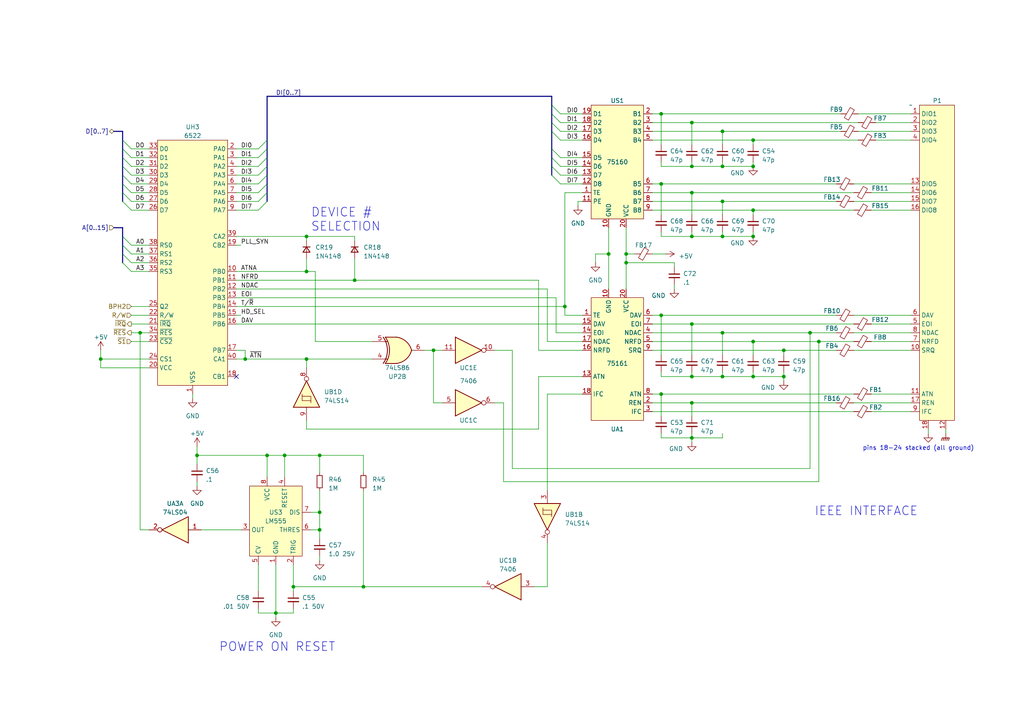
<source format=kicad_sch>
(kicad_sch (version 20230121) (generator eeschema)
  (paper "A4")
  (title_block (title "Device Selection / Power On Reset / IEEE Interface") (comment 1 "Schematic 203138") (comment 2 "PCB Assembly 2031040"))
  (lib_symbols
    (symbol "74xx:74LS04"
      (property "Reference" "U" (at 0 1.27 0))
      (property "Value" "74LS04" (at 0 -1.27 0))
      (symbol "74LS04_1_0"
        (pin input line (at -7.62 0 0) (length 3.81) (name "~") (number "1"))
        (pin output inverted (at 7.62 0 180) (length 3.81) (name "~") (number "2"))
      )
      (symbol "74LS04_2_0"
        (pin input line (at -7.62 0 0) (length 3.81) (name "~") (number "3"))
        (pin output inverted (at 7.62 0 180) (length 3.81) (name "~") (number "4"))
      )
      (symbol "74LS04_3_0"
        (pin input line (at -7.62 0 0) (length 3.81) (name "~") (number "5"))
        (pin output inverted (at 7.62 0 180) (length 3.81) (name "~") (number "6"))
      )
      (symbol "74LS04_4_0"
        (pin output inverted (at 7.62 0 180) (length 3.81) (name "~") (number "8"))
        (pin input line (at -7.62 0 0) (length 3.81) (name "~") (number "9"))
      )
      (symbol "74LS04_5_0"
        (pin output inverted (at 7.62 0 180) (length 3.81) (name "~") (number "10"))
        (pin input line (at -7.62 0 0) (length 3.81) (name "~") (number "11"))
      )
      (symbol "74LS04_6_0"
        (pin output inverted (at 7.62 0 180) (length 3.81) (name "~") (number "12"))
        (pin input line (at -7.62 0 0) (length 3.81) (name "~") (number "13"))
      )
      (symbol "74LS04_7_0"
        (pin power_in line (at 0 12.7 270) (length 5.08) (name "VCC") (number "14"))
        (pin power_in line (at 0 -12.7 90) (length 5.08) (name "GND") (number "7"))
      )
    )
    (symbol "74xx:74LS06" (pin_names (offset 1.016))
      (property "Reference" "U" (at 0 1.27 0))
      (property "Value" "74LS06" (at 0 -1.27 0))
      (symbol "74LS06_1_0"
        (pin input line (at -7.62 0 0) (length 3.81) (name "~") (number "1"))
        (pin open_collector inverted (at 7.62 0 180) (length 3.81) (name "~") (number "2"))
      )
      (symbol "74LS06_2_0"
        (pin input line (at -7.62 0 0) (length 3.81) (name "~") (number "3"))
        (pin open_collector inverted (at 7.62 0 180) (length 3.81) (name "~") (number "4"))
      )
      (symbol "74LS06_3_0"
        (pin input line (at -7.62 0 0) (length 3.81) (name "~") (number "5"))
        (pin open_collector inverted (at 7.62 0 180) (length 3.81) (name "~") (number "6"))
      )
      (symbol "74LS06_4_0"
        (pin open_collector inverted (at 7.62 0 180) (length 3.81) (name "~") (number "8"))
        (pin input line (at -7.62 0 0) (length 3.81) (name "~") (number "9"))
      )
      (symbol "74LS06_5_0"
        (pin open_collector inverted (at 7.62 0 180) (length 3.81) (name "~") (number "10"))
        (pin input line (at -7.62 0 0) (length 3.81) (name "~") (number "11"))
      )
      (symbol "74LS06_6_0"
        (pin open_collector inverted (at 7.62 0 180) (length 3.81) (name "~") (number "12"))
        (pin input line (at -7.62 0 0) (length 3.81) (name "~") (number "13"))
      )
      (symbol "74LS06_7_0"
        (pin power_in line (at 0 12.7 270) (length 5.08) (name "VCC") (number "14"))
        (pin power_in line (at 0 -12.7 90) (length 5.08) (name "GND") (number "7"))
      )
    )
    (symbol "74xx:74LS14" (pin_names (offset 1.016))
      (property "Reference" "U" (at 0 1.27 0))
      (property "Value" "74LS14" (at 0 -1.27 0))
      (symbol "74LS14_1_0"
        (pin input line (at -7.62 0 0) (length 3.81) (name "~") (number "1"))
        (pin output inverted (at 7.62 0 180) (length 3.81) (name "~") (number "2"))
      )
      (symbol "74LS14_2_0"
        (pin input line (at -7.62 0 0) (length 3.81) (name "~") (number "3"))
        (pin output inverted (at 7.62 0 180) (length 3.81) (name "~") (number "4"))
      )
      (symbol "74LS14_3_0"
        (pin input line (at -7.62 0 0) (length 3.81) (name "~") (number "5"))
        (pin output inverted (at 7.62 0 180) (length 3.81) (name "~") (number "6"))
      )
      (symbol "74LS14_4_0"
        (pin output inverted (at 7.62 0 180) (length 3.81) (name "~") (number "8"))
        (pin input line (at -7.62 0 0) (length 3.81) (name "~") (number "9"))
      )
      (symbol "74LS14_5_0"
        (pin output inverted (at 7.62 0 180) (length 3.81) (name "~") (number "10"))
        (pin input line (at -7.62 0 0) (length 3.81) (name "~") (number "11"))
      )
      (symbol "74LS14_6_0"
        (pin output inverted (at 7.62 0 180) (length 3.81) (name "~") (number "12"))
        (pin input line (at -7.62 0 0) (length 3.81) (name "~") (number "13"))
      )
      (symbol "74LS14_7_0"
        (pin power_in line (at 0 12.7 270) (length 5.08) (name "VCC") (number "14"))
        (pin power_in line (at 0 -12.7 90) (length 5.08) (name "GND") (number "7"))
      )
    )
    (symbol "74xx:74LS86" (pin_names (offset 1.016))
      (property "Reference" "U" (at 0 1.27 0))
      (property "Value" "74LS86" (at 0 -1.27 0))
      (symbol "74LS86_1_0"
        (pin input line (at -7.62 2.54 0) (length 4.445) (name "~") (number "1"))
        (pin input line (at -7.62 -2.54 0) (length 4.445) (name "~") (number "2"))
        (pin output line (at 7.62 0 180) (length 3.81) (name "~") (number "3"))
      )
      (symbol "74LS86_2_0"
        (pin input line (at -7.62 2.54 0) (length 4.445) (name "~") (number "4"))
        (pin input line (at -7.62 -2.54 0) (length 4.445) (name "~") (number "5"))
        (pin output line (at 7.62 0 180) (length 3.81) (name "~") (number "6"))
      )
      (symbol "74LS86_3_0"
        (pin input line (at -7.62 -2.54 0) (length 4.445) (name "~") (number "10"))
        (pin output line (at 7.62 0 180) (length 3.81) (name "~") (number "8"))
        (pin input line (at -7.62 2.54 0) (length 4.445) (name "~") (number "9"))
      )
      (symbol "74LS86_4_0"
        (pin output line (at 7.62 0 180) (length 3.81) (name "~") (number "11"))
        (pin input line (at -7.62 2.54 0) (length 4.445) (name "~") (number "12"))
        (pin input line (at -7.62 -2.54 0) (length 4.445) (name "~") (number "13"))
      )
      (symbol "74LS86_5_0"
        (pin power_in line (at 0 12.7 270) (length 5.08) (name "VCC") (number "14"))
        (pin power_in line (at 0 -12.7 90) (length 5.08) (name "GND") (number "7"))
      )
    )
    (symbol "Commodore-2031:6522"
      (property "Reference" "UH3" (at 0 36.83 0))
      (property "Value" "~" (at 0 20.32 0))
      (symbol "6522_1_1"
        (pin power_in line (at 0 -38.1 90) (length 2.54) (name "VSS") (number "1"))
        (pin bidirectional line (at 12.7 -2.54 180) (length 2.54) (name "PB0") (number "10"))
        (pin bidirectional line (at 12.7 -5.08 180) (length 2.54) (name "PB1") (number "11"))
        (pin bidirectional line (at 12.7 -7.62 180) (length 2.54) (name "PB2") (number "12"))
        (pin bidirectional line (at 12.7 -10.16 180) (length 2.54) (name "PB3") (number "13"))
        (pin bidirectional line (at 12.7 -12.7 180) (length 2.54) (name "PB4") (number "14"))
        (pin bidirectional line (at 12.7 -15.24 180) (length 2.54) (name "PB5") (number "15"))
        (pin bidirectional line (at 12.7 -17.78 180) (length 2.54) (name "PB6") (number "16"))
        (pin bidirectional line (at 12.7 -25.4 180) (length 2.54) (name "PB7") (number "17"))
        (pin bidirectional line (at 12.7 -33.02 180) (length 2.54) (name "CB1") (number "18"))
        (pin bidirectional line (at 12.7 5.08 180) (length 2.54) (name "CB2") (number "19"))
        (pin bidirectional line (at 12.7 33.02 180) (length 2.54) (name "PA0") (number "2"))
        (pin power_in line (at -12.7 -30.48 0) (length 2.54) (name "VCC") (number "20"))
        (pin open_collector line (at -12.7 -17.78 0) (length 2.54) (name "~{IRQ}") (number "21"))
        (pin input line (at -12.7 -15.24 0) (length 2.54) (name "R/W") (number "22"))
        (pin input line (at -12.7 -22.86 0) (length 2.54) (name "~{CS2}") (number "23"))
        (pin input line (at -12.7 -27.94 0) (length 2.54) (name "CS1") (number "24"))
        (pin input line (at -12.7 -12.7 0) (length 2.54) (name "Q2") (number "25"))
        (pin tri_state line (at -12.7 15.24 0) (length 2.54) (name "D7") (number "26"))
        (pin tri_state line (at -12.7 17.78 0) (length 2.54) (name "D6") (number "27"))
        (pin tri_state line (at -12.7 20.32 0) (length 2.54) (name "D5") (number "28"))
        (pin tri_state line (at -12.7 22.86 0) (length 2.54) (name "D4") (number "29"))
        (pin bidirectional line (at 12.7 30.48 180) (length 2.54) (name "PA1") (number "3"))
        (pin tri_state line (at -12.7 25.4 0) (length 2.54) (name "D3") (number "30"))
        (pin tri_state line (at -12.7 27.94 0) (length 2.54) (name "D2") (number "31"))
        (pin tri_state line (at -12.7 30.48 0) (length 2.54) (name "D1") (number "32"))
        (pin tri_state line (at -12.7 33.02 0) (length 2.54) (name "D0") (number "33"))
        (pin input line (at -12.7 -20.32 0) (length 2.54) (name "~{RES}") (number "34"))
        (pin input line (at -12.7 -2.54 0) (length 2.54) (name "RS3") (number "35"))
        (pin input line (at -12.7 0 0) (length 2.54) (name "RS2") (number "36"))
        (pin input line (at -12.7 2.54 0) (length 2.54) (name "RS1") (number "37"))
        (pin input line (at -12.7 5.08 0) (length 2.54) (name "RS0") (number "38"))
        (pin bidirectional line (at 12.7 7.62 180) (length 2.54) (name "CA2") (number "39"))
        (pin bidirectional line (at 12.7 27.94 180) (length 2.54) (name "PA2") (number "4"))
        (pin bidirectional line (at 12.7 -27.94 180) (length 2.54) (name "CA1") (number "40"))
        (pin bidirectional line (at 12.7 25.4 180) (length 2.54) (name "PA3") (number "5"))
        (pin bidirectional line (at 12.7 22.86 180) (length 2.54) (name "PA4") (number "6"))
        (pin bidirectional line (at 12.7 20.32 180) (length 2.54) (name "PA5") (number "7"))
        (pin bidirectional line (at 12.7 17.78 180) (length 2.54) (name "PA6") (number "8"))
        (pin bidirectional line (at 12.7 15.24 180) (length 2.54) (name "PA7") (number "9"))
      )
    )
    (symbol "Commodore-2031:75160"
      (property "Reference" "U" (at 0 17.78 0))
      (symbol "75160_1_1"
        (pin input line (at -10.16 -10.16 0) (length 2.54) (name "TE") (number "1"))
        (pin power_in line (at -2.54 -20.32 90) (length 2.54) (name "GND") (number "10"))
        (pin input line (at -10.16 -12.7 0) (length 2.54) (name "PE") (number "11"))
        (pin tri_state line (at -10.16 -7.62 0) (length 2.54) (name "D8") (number "12"))
        (pin tri_state line (at -10.16 -5.08 0) (length 2.54) (name "D7") (number "13"))
        (pin tri_state line (at -10.16 -2.54 0) (length 2.54) (name "D6") (number "14"))
        (pin tri_state line (at -10.16 0 0) (length 2.54) (name "D5") (number "15"))
        (pin tri_state line (at -10.16 5.08 0) (length 2.54) (name "D4") (number "16"))
        (pin tri_state line (at -10.16 7.62 0) (length 2.54) (name "D3") (number "17"))
        (pin tri_state line (at -10.16 10.16 0) (length 2.54) (name "D2") (number "18"))
        (pin tri_state line (at -10.16 12.7 0) (length 2.54) (name "D1") (number "19"))
        (pin tri_state line (at 10.16 12.7 180) (length 2.54) (name "B1") (number "2"))
        (pin power_in line (at 2.54 -20.32 90) (length 2.54) (name "VCC") (number "20"))
        (pin tri_state line (at 10.16 10.16 180) (length 2.54) (name "B2") (number "3"))
        (pin tri_state line (at 10.16 7.62 180) (length 2.54) (name "B3") (number "4"))
        (pin tri_state line (at 10.16 5.08 180) (length 2.54) (name "B4") (number "5"))
        (pin tri_state line (at 10.16 -7.62 180) (length 2.54) (name "B5") (number "6"))
        (pin tri_state line (at 10.16 -10.16 180) (length 2.54) (name "B6") (number "7"))
        (pin tri_state line (at 10.16 -12.7 180) (length 2.54) (name "B7") (number "8"))
        (pin tri_state line (at 10.16 -15.24 180) (length 2.54) (name "B8") (number "9"))
      )
    )
    (symbol "Commodore-2031:75161"
      (property "Reference" "U" (at 0 12.7 0))
      (property "Value" "75161" (at 0 12.7 0))
      (symbol "75161_1_1"
        (pin input line (at -10.16 12.7 0) (length 2.54) (name "TE") (number "1"))
        (pin power_in line (at -2.54 20.32 270) (length 2.54) (name "GND") (number "10"))
        (pin bidirectional line (at -10.16 -5.08 0) (length 2.54) (name "ATN") (number "13"))
        (pin bidirectional line (at -10.16 7.62 0) (length 2.54) (name "EOI") (number "14"))
        (pin bidirectional line (at -10.16 10.16 0) (length 2.54) (name "DAV") (number "15"))
        (pin bidirectional line (at -10.16 2.54 0) (length 2.54) (name "NRFD") (number "16"))
        (pin bidirectional line (at -10.16 5.08 0) (length 2.54) (name "NDAC") (number "17"))
        (pin bidirectional line (at -10.16 -10.16 0) (length 2.54) (name "IFC") (number "18"))
        (pin bidirectional line (at 10.16 -12.7 180) (length 2.54) (name "REN") (number "2"))
        (pin power_in line (at 2.54 20.32 270) (length 2.54) (name "VCC") (number "20"))
        (pin bidirectional line (at 10.16 -15.24 180) (length 2.54) (name "IFC") (number "3"))
        (pin bidirectional line (at 10.16 7.62 180) (length 2.54) (name "NDAC") (number "4"))
        (pin bidirectional line (at 10.16 5.08 180) (length 2.54) (name "NRFD") (number "5"))
        (pin bidirectional line (at 10.16 12.7 180) (length 2.54) (name "DAV") (number "6"))
        (pin bidirectional line (at 10.16 10.16 180) (length 2.54) (name "EOI") (number "7"))
        (pin bidirectional line (at 10.16 -10.16 180) (length 2.54) (name "ATN") (number "8"))
        (pin bidirectional line (at 10.16 2.54 180) (length 2.54) (name "SRQ") (number "9"))
      )
    )
    (symbol "Commodore-2031:Connector_IEEE"
      (property "Reference" "P" (at 0 0 0))
      (symbol "Connector_IEEE_1_1"
        (pin passive line (at 0 -2.54 0) (length 2.54) (name "DIO1") (number "1"))
        (pin passive line (at 0 -71.12 0) (length 2.54) (name "SRQ") (number "10"))
        (pin passive line (at 0 -83.82 0) (length 2.54) (name "ATN") (number "11"))
        (pin passive line (at 10.16 -93.98 90) (length 2.54) (name "") (number "12"))
        (pin passive line (at 0 -22.86 0) (length 2.54) (name "DIO5") (number "13"))
        (pin passive line (at 0 -25.4 0) (length 2.54) (name "DIO6") (number "14"))
        (pin passive line (at 0 -27.94 0) (length 2.54) (name "DIO7") (number "15"))
        (pin passive line (at 0 -30.48 0) (length 2.54) (name "DIO8") (number "16"))
        (pin passive line (at 0 -86.36 0) (length 2.54) (name "REN") (number "17"))
        (pin passive line (at 5.08 -93.98 90) (length 2.54) (name "") (number "18"))
        (pin passive line (at 5.08 -93.98 90) (length 2.54) hide (name "") (number "19"))
        (pin passive line (at 0 -5.08 0) (length 2.54) (name "DIO2") (number "2"))
        (pin passive line (at 5.08 -93.98 90) (length 2.54) hide (name "") (number "20"))
        (pin passive line (at 5.08 -93.98 90) (length 2.54) hide (name "") (number "21"))
        (pin passive line (at 5.08 -93.98 90) (length 2.54) hide (name "") (number "23"))
        (pin passive line (at 5.08 -93.98 90) (length 2.54) hide (name "") (number "24"))
        (pin passive line (at 0 -7.62 0) (length 2.54) (name "DIO3") (number "3"))
        (pin passive line (at 0 -10.16 0) (length 2.54) (name "DIO4") (number "4"))
        (pin passive line (at 0 -63.5 0) (length 2.54) (name "EOI") (number "5"))
        (pin passive line (at 0 -60.96 0) (length 2.54) (name "DAV") (number "6"))
        (pin passive line (at 0 -68.58 0) (length 2.54) (name "NRFD") (number "7"))
        (pin passive line (at 0 -66.04 0) (length 2.54) (name "NDAC") (number "8"))
        (pin passive line (at 0 -88.9 0) (length 2.54) (name "IFC") (number "9"))
      )
    )
    (symbol "Commodore-2031:LM555"
      (property "Reference" "U" (at 0 2.54 0))
      (property "Value" "LM555" (at 0 0 0))
      (symbol "LM555_1_1"
        (pin power_in line (at 0 -12.7 90) (length 2.54) (name "GND") (number "1"))
        (pin passive line (at 5.08 -12.7 90) (length 2.54) (name "TRIG") (number "2"))
        (pin output line (at -10.16 -2.54 0) (length 2.54) (name "OUT") (number "3"))
        (pin input line (at 2.54 12.7 270) (length 2.54) (name "RESET") (number "4"))
        (pin passive line (at -5.08 -12.7 90) (length 2.54) (name "CV") (number "5"))
        (pin input line (at 10.16 -2.54 180) (length 2.54) (name "THRES") (number "6"))
        (pin open_collector line (at 10.16 2.54 180) (length 2.54) (name "DIS") (number "7"))
        (pin power_in line (at -2.54 12.7 270) (length 2.54) (name "VCC") (number "8"))
      )
    )
    (symbol "Device:C_Small" (pin_numbers hide) (pin_names (offset 0.254) hide)
      (property "Reference" "C" (at 0.254 1.778 0))
      (property "Value" "C_Small" (at 0.254 -2.032 0))
      (symbol "C_Small_1_1"
        (pin passive line (at 0 2.54 270) (length 2.032) (name "~") (number "1"))
        (pin passive line (at 0 -2.54 90) (length 2.032) (name "~") (number "2"))
      )
    )
    (symbol "Device:D_Small" (pin_numbers hide) (pin_names (offset 0.254) hide)
      (property "Reference" "D" (at -1.27 2.032 0))
      (property "Value" "D_Small" (at -3.81 -2.032 0))
      (symbol "D_Small_1_1"
        (pin passive line (at -2.54 0 0) (length 1.778) (name "K") (number "1"))
        (pin passive line (at 2.54 0 180) (length 1.778) (name "A") (number "2"))
      )
    )
    (symbol "Device:FerriteBead_Small" (pin_numbers hide) (pin_names (offset 0))
      (property "Reference" "FB" (at 1.905 1.27 0))
      (property "Value" "FerriteBead_Small" (at 1.905 -1.27 0))
      (symbol "FerriteBead_Small_1_1"
        (pin passive line (at 0 2.54 270) (length 1.27) (name "~") (number "1"))
        (pin passive line (at 0 -2.54 90) (length 1.27) (name "~") (number "2"))
      )
    )
    (symbol "Device:R_Small" (pin_numbers hide) (pin_names (offset 0.254) hide)
      (property "Reference" "R" (at 0.762 0.508 0))
      (property "Value" "R_Small" (at 0.762 -1.016 0))
      (symbol "R_Small_1_1"
        (pin passive line (at 0 2.54 270) (length 0.762) (name "~") (number "1"))
        (pin passive line (at 0 -2.54 90) (length 0.762) (name "~") (number "2"))
      )
    )
    (symbol "power:+5V" (power) (pin_names (offset 0))
      (property "Value" "+5V" (at 0 3.556 0))
      (symbol "+5V_1_1"
        (pin power_in line (at 0 0 90) (length 0) hide (name "+5V") (number "1"))
      )
    )
    (symbol "power:GND" (power) (pin_names (offset 0))
      (property "Value" "GND" (at 0 -3.81 0))
      (symbol "GND_1_1"
        (pin power_in line (at 0 0 270) (length 0) hide (name "GND") (number "1"))
      )
    )
    (symbol "power:GNDPWR" (power) (pin_names (offset 0))
      (property "Value" "GNDPWR" (at 0 -3.302 0))
      (symbol "GNDPWR_1_1"
        (pin power_in line (at 0 0 270) (length 0) hide (name "GNDPWR") (number "1"))
      )
    )
  )
  (junction (at 40.64 96.52))
  (junction (at 200.66 109.22))
  (junction (at 218.44 109.22))
  (junction (at 92.71 148.59))
  (junction (at 200.66 116.84))
  (junction (at 237.49 99.06))
  (junction (at 218.44 99.06))
  (junction (at 181.61 73.66))
  (junction (at 200.66 68.58))
  (junction (at 191.77 33.02))
  (junction (at 85.09 170.18))
  (junction (at 102.87 81.28))
  (junction (at 105.41 170.18))
  (junction (at 29.21 104.14))
  (junction (at 209.55 58.42))
  (junction (at 227.33 109.22))
  (junction (at 88.9 68.58))
  (junction (at 209.55 96.52))
  (junction (at 200.66 127))
  (junction (at 227.33 101.6))
  (junction (at 176.53 73.66))
  (junction (at 71.12 104.14))
  (junction (at 218.44 60.96))
  (junction (at 234.95 96.52))
  (junction (at 209.55 68.58))
  (junction (at 163.83 88.9))
  (junction (at 200.66 35.56))
  (junction (at 181.61 76.2))
  (junction (at 57.15 132.08))
  (junction (at 80.01 177.8))
  (junction (at 200.66 93.98))
  (junction (at 218.44 40.64))
  (junction (at 191.77 53.34))
  (junction (at 88.9 104.14))
  (junction (at 191.77 114.3))
  (junction (at 200.66 48.26))
  (junction (at 200.66 55.88))
  (junction (at 92.71 153.67))
  (junction (at 218.44 48.26))
  (junction (at 125.73 101.6))
  (junction (at 209.55 48.26))
  (junction (at 209.55 109.22))
  (junction (at 92.71 132.08))
  (junction (at 218.44 68.58))
  (junction (at 191.77 91.44))
  (junction (at 77.47 132.08))
  (junction (at 209.55 38.1))
  (junction (at 88.9 78.74))
  (junction (at 82.55 132.08))
  (no_connect (at 68.58 109.22))
  (bus_entry (at 74.93 53.34) (size 2.54 -2.54))
  (bus_entry (at 35.56 58.42) (size 2.54 2.54))
  (bus_entry (at 74.93 55.88) (size 2.54 -2.54))
  (bus_entry (at 162.56 33.02) (size -2.54 -2.54))
  (bus_entry (at 35.56 73.66) (size 2.54 2.54))
  (bus_entry (at 74.93 43.18) (size 2.54 -2.54))
  (bus_entry (at 162.56 35.56) (size -2.54 -2.54))
  (bus_entry (at 74.93 45.72) (size 2.54 -2.54))
  (bus_entry (at 162.56 45.72) (size -2.54 -2.54))
  (bus_entry (at 162.56 48.26) (size -2.54 -2.54))
  (bus_entry (at 35.56 71.12) (size 2.54 2.54))
  (bus_entry (at 74.93 60.96) (size 2.54 -2.54))
  (bus_entry (at 162.56 38.1) (size -2.54 -2.54))
  (bus_entry (at 162.56 40.64) (size -2.54 -2.54))
  (bus_entry (at 35.56 43.18) (size 2.54 2.54))
  (bus_entry (at 74.93 48.26) (size 2.54 -2.54))
  (bus_entry (at 162.56 50.8) (size -2.54 -2.54))
  (bus_entry (at 35.56 40.64) (size 2.54 2.54))
  (bus_entry (at 162.56 53.34) (size -2.54 -2.54))
  (bus_entry (at 35.56 55.88) (size 2.54 2.54))
  (bus_entry (at 35.56 45.72) (size 2.54 2.54))
  (bus_entry (at 35.56 68.58) (size 2.54 2.54))
  (bus_entry (at 35.56 50.8) (size 2.54 2.54))
  (bus_entry (at 35.56 53.34) (size 2.54 2.54))
  (bus_entry (at 35.56 76.2) (size 2.54 2.54))
  (bus_entry (at 35.56 48.26) (size 2.54 2.54))
  (bus_entry (at 74.93 50.8) (size 2.54 -2.54))
  (bus_entry (at 74.93 58.42) (size 2.54 -2.54))
  (wire (pts (xy 191.77 127) (xy 200.66 127)))
  (wire (pts (xy 218.44 40.64) (xy 218.44 41.91)))
  (wire (pts (xy 189.23 60.96) (xy 218.44 60.96)))
  (wire (pts (xy 189.23 93.98) (xy 200.66 93.98)))
  (wire (pts (xy 38.1 73.66) (xy 43.18 73.66)))
  (wire (pts (xy 195.58 82.55) (xy 195.58 83.82)))
  (wire (pts (xy 146.05 139.7) (xy 146.05 116.84)))
  (bus (pts (xy 77.47 55.88) (xy 77.47 53.34)))
  (wire (pts (xy 156.21 124.46) (xy 156.21 109.22)))
  (wire (pts (xy 200.66 67.31) (xy 200.66 68.58)))
  (wire (pts (xy 191.77 107.95) (xy 191.77 109.22)))
  (wire (pts (xy 191.77 68.58) (xy 200.66 68.58)))
  (bus (pts (xy 77.47 45.72) (xy 77.47 43.18)))
  (wire (pts (xy 189.23 33.02) (xy 191.77 33.02)))
  (wire (pts (xy 74.93 163.83) (xy 74.93 171.45)))
  (wire (pts (xy 247.65 116.84) (xy 264.16 116.84)))
  (wire (pts (xy 274.32 124.46) (xy 274.32 125.73)))
  (wire (pts (xy 80.01 163.83) (xy 80.01 177.8)))
  (wire (pts (xy 191.77 125.73) (xy 191.77 127)))
  (wire (pts (xy 102.87 81.28) (xy 102.87 74.93)))
  (wire (pts (xy 158.75 157.48) (xy 158.75 170.18)))
  (wire (pts (xy 123.19 101.6) (xy 125.73 101.6)))
  (wire (pts (xy 92.71 153.67) (xy 92.71 156.21)))
  (wire (pts (xy 191.77 91.44) (xy 242.57 91.44)))
  (wire (pts (xy 252.73 55.88) (xy 264.16 55.88)))
  (wire (pts (xy 68.58 43.18) (xy 74.93 43.18)))
  (wire (pts (xy 252.73 114.3) (xy 264.16 114.3)))
  (wire (pts (xy 125.73 101.6) (xy 128.27 101.6)))
  (wire (pts (xy 189.23 91.44) (xy 191.77 91.44)))
  (wire (pts (xy 168.91 40.64) (xy 162.56 40.64)))
  (wire (pts (xy 88.9 78.74) (xy 88.9 74.93)))
  (wire (pts (xy 68.58 53.34) (xy 74.93 53.34)))
  (wire (pts (xy 158.75 170.18) (xy 154.94 170.18)))
  (wire (pts (xy 29.21 104.14) (xy 43.18 104.14)))
  (wire (pts (xy 163.83 88.9) (xy 163.83 91.44)))
  (wire (pts (xy 29.21 101.6) (xy 29.21 104.14)))
  (wire (pts (xy 167.64 58.42) (xy 167.64 59.69)))
  (wire (pts (xy 200.66 93.98) (xy 200.66 102.87)))
  (wire (pts (xy 168.91 114.3) (xy 158.75 114.3)))
  (wire (pts (xy 209.55 107.95) (xy 209.55 109.22)))
  (bus (pts (xy 33.02 38.1) (xy 35.56 38.1)))
  (wire (pts (xy 168.91 33.02) (xy 162.56 33.02)))
  (wire (pts (xy 71.12 101.6) (xy 71.12 104.14)))
  (wire (pts (xy 58.42 153.67) (xy 69.85 153.67)))
  (wire (pts (xy 168.91 50.8) (xy 162.56 50.8)))
  (wire (pts (xy 209.55 38.1) (xy 243.84 38.1)))
  (wire (pts (xy 248.92 38.1) (xy 264.16 38.1)))
  (wire (pts (xy 200.66 35.56) (xy 200.66 41.91)))
  (wire (pts (xy 38.1 55.88) (xy 43.18 55.88)))
  (wire (pts (xy 68.58 81.28) (xy 102.87 81.28)))
  (wire (pts (xy 189.23 99.06) (xy 218.44 99.06)))
  (bus (pts (xy 77.47 43.18) (xy 77.47 40.64)))
  (wire (pts (xy 68.58 101.6) (xy 71.12 101.6)))
  (wire (pts (xy 168.91 99.06) (xy 158.75 99.06)))
  (bus (pts (xy 35.56 50.8) (xy 35.56 48.26)))
  (wire (pts (xy 68.58 45.72) (xy 74.93 45.72)))
  (wire (pts (xy 200.66 55.88) (xy 200.66 62.23)))
  (wire (pts (xy 209.55 96.52) (xy 234.95 96.52)))
  (wire (pts (xy 77.47 132.08) (xy 57.15 132.08)))
  (wire (pts (xy 191.77 67.31) (xy 191.77 68.58)))
  (wire (pts (xy 200.66 68.58) (xy 209.55 68.58)))
  (wire (pts (xy 234.95 135.89) (xy 148.59 135.89)))
  (wire (pts (xy 209.55 58.42) (xy 209.55 62.23)))
  (wire (pts (xy 80.01 177.8) (xy 80.01 179.07)))
  (bus (pts (xy 35.56 43.18) (xy 35.56 40.64)))
  (wire (pts (xy 163.83 55.88) (xy 168.91 55.88)))
  (wire (pts (xy 209.55 46.99) (xy 209.55 48.26)))
  (wire (pts (xy 163.83 91.44) (xy 168.91 91.44)))
  (wire (pts (xy 181.61 76.2) (xy 195.58 76.2)))
  (wire (pts (xy 168.91 53.34) (xy 162.56 53.34)))
  (wire (pts (xy 209.55 58.42) (xy 242.57 58.42)))
  (wire (pts (xy 189.23 58.42) (xy 209.55 58.42)))
  (wire (pts (xy 254 35.56) (xy 264.16 35.56)))
  (bus (pts (xy 35.56 58.42) (xy 35.56 55.88)))
  (wire (pts (xy 247.65 101.6) (xy 264.16 101.6)))
  (wire (pts (xy 181.61 76.2) (xy 181.61 83.82)))
  (wire (pts (xy 158.75 114.3) (xy 158.75 142.24)))
  (wire (pts (xy 247.65 96.52) (xy 264.16 96.52)))
  (wire (pts (xy 29.21 106.68) (xy 43.18 106.68)))
  (wire (pts (xy 247.65 53.34) (xy 264.16 53.34)))
  (wire (pts (xy 237.49 99.06) (xy 247.65 99.06)))
  (wire (pts (xy 77.47 132.08) (xy 82.55 132.08)))
  (wire (pts (xy 74.93 177.8) (xy 80.01 177.8)))
  (wire (pts (xy 88.9 104.14) (xy 88.9 106.68)))
  (wire (pts (xy 68.58 50.8) (xy 74.93 50.8)))
  (wire (pts (xy 200.66 93.98) (xy 247.65 93.98)))
  (wire (pts (xy 176.53 73.66) (xy 172.72 73.66)))
  (wire (pts (xy 91.44 78.74) (xy 91.44 99.06)))
  (wire (pts (xy 248.92 33.02) (xy 264.16 33.02)))
  (bus (pts (xy 35.56 66.04) (xy 33.02 66.04)))
  (wire (pts (xy 29.21 104.14) (xy 29.21 106.68)))
  (wire (pts (xy 181.61 66.04) (xy 181.61 73.66)))
  (wire (pts (xy 88.9 68.58) (xy 102.87 68.58)))
  (wire (pts (xy 227.33 101.6) (xy 242.57 101.6)))
  (wire (pts (xy 200.66 107.95) (xy 200.66 109.22)))
  (wire (pts (xy 209.55 125.73) (xy 209.55 127)))
  (wire (pts (xy 189.23 116.84) (xy 200.66 116.84)))
  (wire (pts (xy 234.95 96.52) (xy 234.95 135.89)))
  (wire (pts (xy 168.91 96.52) (xy 161.29 96.52)))
  (wire (pts (xy 218.44 40.64) (xy 248.92 40.64)))
  (wire (pts (xy 156.21 81.28) (xy 102.87 81.28)))
  (wire (pts (xy 77.47 138.43) (xy 77.47 132.08)))
  (wire (pts (xy 181.61 73.66) (xy 184.15 73.66)))
  (wire (pts (xy 68.58 93.98) (xy 168.91 93.98)))
  (bus (pts (xy 35.56 71.12) (xy 35.56 68.58)))
  (wire (pts (xy 38.1 91.44) (xy 43.18 91.44)))
  (wire (pts (xy 105.41 170.18) (xy 85.09 170.18)))
  (wire (pts (xy 92.71 142.24) (xy 92.71 148.59)))
  (wire (pts (xy 209.55 68.58) (xy 218.44 68.58)))
  (wire (pts (xy 209.55 96.52) (xy 209.55 102.87)))
  (wire (pts (xy 68.58 60.96) (xy 74.93 60.96)))
  (wire (pts (xy 38.1 58.42) (xy 43.18 58.42)))
  (wire (pts (xy 55.88 114.3) (xy 55.88 115.57)))
  (bus (pts (xy 160.02 48.26) (xy 160.02 50.8)))
  (wire (pts (xy 218.44 48.26) (xy 218.44 46.99)))
  (wire (pts (xy 88.9 121.92) (xy 88.9 124.46)))
  (wire (pts (xy 254 40.64) (xy 264.16 40.64)))
  (wire (pts (xy 200.66 35.56) (xy 248.92 35.56)))
  (wire (pts (xy 161.29 96.52) (xy 161.29 86.36)))
  (wire (pts (xy 105.41 132.08) (xy 105.41 137.16)))
  (wire (pts (xy 82.55 132.08) (xy 92.71 132.08)))
  (wire (pts (xy 88.9 124.46) (xy 156.21 124.46)))
  (bus (pts (xy 77.47 48.26) (xy 77.47 45.72)))
  (wire (pts (xy 252.73 60.96) (xy 264.16 60.96)))
  (wire (pts (xy 218.44 99.06) (xy 237.49 99.06)))
  (wire (pts (xy 227.33 109.22) (xy 227.33 110.49)))
  (bus (pts (xy 77.47 27.94) (xy 160.02 27.94)))
  (wire (pts (xy 38.1 50.8) (xy 43.18 50.8)))
  (wire (pts (xy 156.21 109.22) (xy 168.91 109.22)))
  (wire (pts (xy 209.55 67.31) (xy 209.55 68.58)))
  (wire (pts (xy 252.73 119.38) (xy 264.16 119.38)))
  (wire (pts (xy 168.91 48.26) (xy 162.56 48.26)))
  (wire (pts (xy 148.59 101.6) (xy 143.51 101.6)))
  (wire (pts (xy 237.49 99.06) (xy 237.49 139.7)))
  (wire (pts (xy 68.58 86.36) (xy 161.29 86.36)))
  (wire (pts (xy 209.55 48.26) (xy 218.44 48.26)))
  (wire (pts (xy 38.1 53.34) (xy 43.18 53.34)))
  (wire (pts (xy 189.23 38.1) (xy 209.55 38.1)))
  (bus (pts (xy 35.56 48.26) (xy 35.56 45.72)))
  (wire (pts (xy 92.71 161.29) (xy 92.71 162.56)))
  (wire (pts (xy 38.1 43.18) (xy 43.18 43.18)))
  (wire (pts (xy 176.53 66.04) (xy 176.53 73.66)))
  (wire (pts (xy 71.12 104.14) (xy 88.9 104.14)))
  (wire (pts (xy 82.55 132.08) (xy 82.55 138.43)))
  (bus (pts (xy 35.56 68.58) (xy 35.56 66.04)))
  (wire (pts (xy 68.58 88.9) (xy 163.83 88.9)))
  (wire (pts (xy 38.1 45.72) (xy 43.18 45.72)))
  (bus (pts (xy 35.56 55.88) (xy 35.56 53.34)))
  (wire (pts (xy 189.23 114.3) (xy 191.77 114.3)))
  (wire (pts (xy 38.1 48.26) (xy 43.18 48.26)))
  (bus (pts (xy 160.02 35.56) (xy 160.02 33.02)))
  (wire (pts (xy 200.66 46.99) (xy 200.66 48.26)))
  (wire (pts (xy 102.87 68.58) (xy 102.87 69.85)))
  (wire (pts (xy 92.71 148.59) (xy 92.71 153.67)))
  (wire (pts (xy 168.91 38.1) (xy 162.56 38.1)))
  (wire (pts (xy 158.75 99.06) (xy 158.75 83.82)))
  (wire (pts (xy 191.77 33.02) (xy 243.84 33.02)))
  (wire (pts (xy 237.49 139.7) (xy 146.05 139.7)))
  (wire (pts (xy 168.91 35.56) (xy 162.56 35.56)))
  (wire (pts (xy 218.44 109.22) (xy 218.44 107.95)))
  (wire (pts (xy 234.95 96.52) (xy 242.57 96.52)))
  (wire (pts (xy 200.66 116.84) (xy 200.66 120.65)))
  (wire (pts (xy 40.64 153.67) (xy 43.18 153.67)))
  (wire (pts (xy 247.65 58.42) (xy 264.16 58.42)))
  (bus (pts (xy 160.02 33.02) (xy 160.02 30.48)))
  (wire (pts (xy 172.72 73.66) (xy 172.72 76.2)))
  (wire (pts (xy 218.44 60.96) (xy 247.65 60.96)))
  (bus (pts (xy 77.47 50.8) (xy 77.47 48.26)))
  (wire (pts (xy 200.66 125.73) (xy 200.66 127)))
  (wire (pts (xy 200.66 127) (xy 200.66 128.27)))
  (wire (pts (xy 247.65 91.44) (xy 264.16 91.44)))
  (wire (pts (xy 176.53 73.66) (xy 176.53 83.82)))
  (wire (pts (xy 38.1 99.06) (xy 43.18 99.06)))
  (wire (pts (xy 189.23 55.88) (xy 200.66 55.88)))
  (bus (pts (xy 160.02 27.94) (xy 160.02 30.48)))
  (wire (pts (xy 38.1 96.52) (xy 40.64 96.52)))
  (wire (pts (xy 227.33 109.22) (xy 227.33 107.95)))
  (wire (pts (xy 191.77 46.99) (xy 191.77 48.26)))
  (wire (pts (xy 105.41 170.18) (xy 139.7 170.18)))
  (wire (pts (xy 168.91 58.42) (xy 167.64 58.42)))
  (bus (pts (xy 35.56 45.72) (xy 35.56 43.18)))
  (wire (pts (xy 189.23 119.38) (xy 247.65 119.38)))
  (wire (pts (xy 218.44 109.22) (xy 227.33 109.22)))
  (wire (pts (xy 68.58 48.26) (xy 74.93 48.26)))
  (wire (pts (xy 209.55 38.1) (xy 209.55 41.91)))
  (wire (pts (xy 189.23 40.64) (xy 218.44 40.64)))
  (wire (pts (xy 38.1 71.12) (xy 43.18 71.12)))
  (wire (pts (xy 68.58 91.44) (xy 69.85 91.44)))
  (wire (pts (xy 92.71 153.67) (xy 90.17 153.67)))
  (wire (pts (xy 38.1 76.2) (xy 43.18 76.2)))
  (wire (pts (xy 200.66 116.84) (xy 242.57 116.84)))
  (wire (pts (xy 191.77 48.26) (xy 200.66 48.26)))
  (wire (pts (xy 57.15 132.08) (xy 57.15 134.62)))
  (wire (pts (xy 91.44 99.06) (xy 107.95 99.06)))
  (wire (pts (xy 191.77 109.22) (xy 200.66 109.22)))
  (wire (pts (xy 90.17 148.59) (xy 92.71 148.59)))
  (wire (pts (xy 40.64 96.52) (xy 43.18 96.52)))
  (wire (pts (xy 218.44 60.96) (xy 218.44 62.23)))
  (bus (pts (xy 77.47 58.42) (xy 77.47 55.88)))
  (wire (pts (xy 146.05 116.84) (xy 143.51 116.84)))
  (wire (pts (xy 85.09 170.18) (xy 85.09 163.83)))
  (wire (pts (xy 38.1 88.9) (xy 43.18 88.9)))
  (wire (pts (xy 68.58 68.58) (xy 88.9 68.58)))
  (wire (pts (xy 125.73 116.84) (xy 128.27 116.84)))
  (wire (pts (xy 200.66 127) (xy 209.55 127)))
  (wire (pts (xy 252.73 93.98) (xy 264.16 93.98)))
  (bus (pts (xy 160.02 48.26) (xy 160.02 45.72)))
  (wire (pts (xy 189.23 96.52) (xy 209.55 96.52)))
  (wire (pts (xy 189.23 73.66) (xy 193.04 73.66)))
  (wire (pts (xy 269.24 124.46) (xy 269.24 125.73)))
  (wire (pts (xy 105.41 142.24) (xy 105.41 170.18)))
  (wire (pts (xy 74.93 176.53) (xy 74.93 177.8)))
  (wire (pts (xy 189.23 53.34) (xy 191.77 53.34)))
  (wire (pts (xy 92.71 132.08) (xy 105.41 132.08)))
  (wire (pts (xy 88.9 68.58) (xy 88.9 69.85)))
  (wire (pts (xy 168.91 101.6) (xy 156.21 101.6)))
  (bus (pts (xy 160.02 45.72) (xy 160.02 43.18)))
  (wire (pts (xy 125.73 101.6) (xy 125.73 116.84)))
  (wire (pts (xy 57.15 139.7) (xy 57.15 140.97)))
  (wire (pts (xy 218.44 68.58) (xy 218.44 67.31)))
  (wire (pts (xy 191.77 114.3) (xy 191.77 120.65)))
  (wire (pts (xy 85.09 170.18) (xy 85.09 171.45)))
  (wire (pts (xy 68.58 104.14) (xy 71.12 104.14)))
  (bus (pts (xy 35.56 73.66) (xy 35.56 71.12)))
  (wire (pts (xy 38.1 78.74) (xy 43.18 78.74)))
  (wire (pts (xy 156.21 101.6) (xy 156.21 81.28)))
  (wire (pts (xy 191.77 53.34) (xy 242.57 53.34)))
  (wire (pts (xy 40.64 96.52) (xy 40.64 153.67)))
  (wire (pts (xy 68.58 83.82) (xy 158.75 83.82)))
  (wire (pts (xy 209.55 109.22) (xy 218.44 109.22)))
  (wire (pts (xy 68.58 55.88) (xy 74.93 55.88)))
  (wire (pts (xy 252.73 99.06) (xy 264.16 99.06)))
  (wire (pts (xy 80.01 177.8) (xy 85.09 177.8)))
  (bus (pts (xy 77.47 53.34) (xy 77.47 50.8)))
  (wire (pts (xy 57.15 129.54) (xy 57.15 132.08)))
  (wire (pts (xy 189.23 101.6) (xy 227.33 101.6)))
  (wire (pts (xy 200.66 109.22) (xy 209.55 109.22)))
  (wire (pts (xy 200.66 55.88) (xy 247.65 55.88)))
  (wire (pts (xy 191.77 91.44) (xy 191.77 102.87)))
  (wire (pts (xy 68.58 58.42) (xy 74.93 58.42)))
  (wire (pts (xy 189.23 35.56) (xy 200.66 35.56)))
  (wire (pts (xy 88.9 104.14) (xy 107.95 104.14)))
  (wire (pts (xy 92.71 132.08) (xy 92.71 137.16)))
  (wire (pts (xy 148.59 135.89) (xy 148.59 101.6)))
  (wire (pts (xy 38.1 60.96) (xy 43.18 60.96)))
  (wire (pts (xy 68.58 71.12) (xy 69.85 71.12)))
  (wire (pts (xy 191.77 53.34) (xy 191.77 62.23)))
  (bus (pts (xy 35.56 76.2) (xy 35.56 73.66)))
  (wire (pts (xy 168.91 45.72) (xy 162.56 45.72)))
  (wire (pts (xy 218.44 99.06) (xy 218.44 102.87)))
  (bus (pts (xy 160.02 38.1) (xy 160.02 43.18)))
  (bus (pts (xy 160.02 38.1) (xy 160.02 35.56)))
  (wire (pts (xy 195.58 77.47) (xy 195.58 76.2)))
  (wire (pts (xy 68.58 78.74) (xy 88.9 78.74)))
  (bus (pts (xy 35.56 40.64) (xy 35.56 38.1)))
  (wire (pts (xy 191.77 114.3) (xy 247.65 114.3)))
  (wire (pts (xy 191.77 33.02) (xy 191.77 41.91)))
  (wire (pts (xy 200.66 48.26) (xy 209.55 48.26)))
  (wire (pts (xy 227.33 101.6) (xy 227.33 102.87)))
  (wire (pts (xy 163.83 55.88) (xy 163.83 88.9)))
  (wire (pts (xy 181.61 73.66) (xy 181.61 76.2)))
  (wire (pts (xy 88.9 78.74) (xy 91.44 78.74)))
  (bus (pts (xy 35.56 53.34) (xy 35.56 50.8)))
  (wire (pts (xy 38.1 93.98) (xy 43.18 93.98)))
  (wire (pts (xy 85.09 177.8) (xy 85.09 176.53)))
  (bus (pts (xy 77.47 27.94) (xy 77.47 40.64)))
  (text "DEVICE #\nSELECTION" (at 90.17 67.31 0) (effects (font (size 2.54 2.54)) (justify left bottom)))
  (text "IEEE INTERFACE" (at 236.22 149.86 0) (effects (font (size 2.54 2.54)) (justify left bottom)))
  (text "pins 18-24 stacked (all ground)" (at 250.19 130.81 0) (effects (font (size 1.27 1.27)) (justify left bottom)))
  (text "POWER ON RESET" (at 63.5 189.23 0) (effects (font (size 2.54 2.54)) (justify left bottom)))
  (label "A1" (at 41.91 73.66 180))
  (label "NDAC" (at 69.85 83.82 0))
  (label "DAV" (at 69.85 93.98 0))
  (label "DI3" (at 69.85 50.8 0))
  (label "DI4" (at 167.64 45.72 180))
  (label "D5" (at 41.91 55.88 180))
  (label "DI5" (at 167.64 48.26 180))
  (label "DI3" (at 167.64 40.64 180))
  (label "D6" (at 41.91 58.42 180))
  (label "D1" (at 41.91 45.72 180))
  (label "EOI" (at 69.85 86.36 0))
  (label "HD_SEL" (at 69.85 91.44 0))
  (label "DI4" (at 69.85 53.34 0))
  (label "DI2" (at 69.85 48.26 0))
  (label "A2" (at 41.91 76.2 180))
  (label "DI2" (at 167.64 38.1 180))
  (label "DI1" (at 167.64 35.56 180))
  (label "DI0" (at 69.85 43.18 0))
  (label "DI7" (at 167.64 53.34 180))
  (label "D7" (at 41.91 60.96 180))
  (label "DI6" (at 69.85 58.42 0))
  (label "DI7" (at 69.85 60.96 0))
  (label "DI5" (at 69.85 55.88 0))
  (label "T{slash}~{R}" (at 69.85 88.9 0))
  (label "D2" (at 41.91 48.26 180))
  (label "DI[0..7]" (at 80.01 27.94 0))
  (label "~{ATN}" (at 72.39 104.14 0))
  (label "A0" (at 41.91 71.12 180))
  (label "ATNA" (at 69.85 78.74 0))
  (label "D0" (at 41.91 43.18 180))
  (label "PLL_SYN" (at 69.85 71.12 0))
  (label "D4" (at 41.91 53.34 180))
  (label "DI1" (at 69.85 45.72 0))
  (label "DI6" (at 167.64 50.8 180))
  (label "D3" (at 41.91 50.8 180))
  (label "DI0" (at 167.64 33.02 180))
  (label "NFRD" (at 69.85 81.28 0))
  (label "A3" (at 41.91 78.74 180))
  (hierarchical_label "R{slash}W" (shape input) (at 38.1 91.44 180))
  (hierarchical_label "A[0..15]" (shape input) (at 33.02 66.04 180))
  (hierarchical_label "~{RES}" (shape output) (at 38.1 96.52 180))
  (hierarchical_label "~{S1}" (shape input) (at 38.1 99.06 180))
  (hierarchical_label "~{IRQ}" (shape output) (at 38.1 93.98 180))
  (hierarchical_label "BPH2" (shape input) (at 38.1 88.9 180))
  (hierarchical_label "D[0..7]" (shape tri_state) (at 33.02 38.1 180))
  (symbol (lib_id "Device:C_Small") (at 218.44 64.77 0) (unit 1)
    (property "Reference" "C70" (at 220.98 64.1413 0) (effects (justify left)))
    (property "Value" "47p" (at 220.98 66.6813 0) (effects (justify left)))
  )
  (symbol (lib_id "power:GND") (at 227.33 110.49 0) (unit 1)
    (property "Reference" "#PWR033" (effects hide))
    (property "Value" "GND" (at 224.79 112.395 0) (effects (justify right)))
  )
  (symbol (lib_id "Device:C_Small") (at 200.66 105.41 0) (unit 1)
    (property "Reference" "C67" (at 203.2 104.7813 0) (effects (justify left)))
    (property "Value" "47p" (at 203.2 107.3213 0) (effects (justify left)))
  )
  (symbol (lib_id "Device:FerriteBead_Small") (at 245.11 53.34 90) (unit 1)
    (property "Reference" "FB13" (at 241.3 52.07 90))
    (property "Value" "FerriteBead_Small" (effects hide))
  )
  (symbol (lib_id "power:GND") (at 200.66 128.27 0) (unit 1)
    (property "Reference" "#PWR034" (effects hide))
    (property "Value" "GND" (at 198.12 130.175 0) (effects (justify right)))
  )
  (symbol (lib_id "Device:D_Small") (at 88.9 72.39 270) (unit 1)
    (property "Reference" "CR19" (at 91.44 71.755 90) (effects (justify left)))
    (property "Value" "1N4148" (at 91.44 74.295 90) (effects (justify left)))
    (property "Sim.Device" "D" (effects hide))
    (property "Sim.Pins" "1=K 2=A" (effects hide))
  )
  (symbol (lib_id "Device:FerriteBead_Small") (at 246.38 38.1 90) (unit 1)
    (property "Reference" "FB5" (at 242.57 36.83 90))
    (property "Value" "FerriteBead_Small" (effects hide))
  )
  (symbol (lib_id "Device:FerriteBead_Small") (at 251.46 35.56 90) (unit 1)
    (property "Reference" "FB7" (at 255.27 34.29 90))
    (property "Value" "FerriteBead_Small" (effects hide))
  )
  (symbol (lib_id "74xx:74LS06") (at 135.89 101.6 0) (unit 5)
    (property "Reference" "UC1" (at 135.89 106.68 0))
    (property "Value" "7406" (at 135.89 110.49 0))
    (property "Datasheet" "http://www.ti.com/lit/gpn/sn74LS06" (effects hide))
  )
  (symbol (lib_id "Device:C_Small") (at 209.55 44.45 0) (unit 1)
    (property "Reference" "C60" (at 212.09 43.8213 0) (effects (justify left)))
    (property "Value" "47p" (at 212.09 46.3613 0) (effects (justify left)))
  )
  (symbol (lib_id "power:GND") (at 218.44 68.58 0) (unit 1)
    (property "Reference" "#PWR029" (effects hide))
    (property "Value" "GND" (at 215.9 70.485 0) (effects (justify right)))
  )
  (symbol (lib_id "Device:FerriteBead_Small") (at 186.69 73.66 90) (unit 1)
    (property "Reference" "FB17" (at 186.6519 71.12 90))
    (property "Value" "FerriteBead_Small" (effects hide))
  )
  (symbol (lib_id "power:GND") (at 55.88 115.57 0) (unit 1)
    (property "Reference" "#PWR023" (effects hide))
    (property "Value" "GND" (at 55.88 120.65 0))
  )
  (symbol (lib_id "Device:FerriteBead_Small") (at 245.11 101.6 90) (unit 1)
    (property "Reference" "FB4" (at 241.3 100.33 90))
    (property "Value" "FerriteBead_Small" (effects hide))
  )
  (symbol (lib_id "Device:FerriteBead_Small") (at 250.19 93.98 90) (unit 1)
    (property "Reference" "FB12" (at 255.27 92.71 90))
    (property "Value" "FerriteBead_Small" (effects hide))
  )
  (symbol (lib_id "Device:FerriteBead_Small") (at 245.11 116.84 90) (unit 1)
    (property "Reference" "FB16" (at 241.3 115.57 90))
    (property "Value" "FerriteBead_Small" (effects hide))
  )
  (symbol (lib_id "power:GND") (at 172.72 76.2 0) (unit 1)
    (property "Reference" "#PWR044" (effects hide))
    (property "Value" "GND" (at 172.72 81.28 0))
  )
  (symbol (lib_id "Device:FerriteBead_Small") (at 245.11 58.42 90) (unit 1)
    (property "Reference" "FB14" (at 241.3 57.15 90))
    (property "Value" "FerriteBead_Small" (effects hide))
  )
  (symbol (lib_id "Device:C_Small") (at 92.71 158.75 0) (unit 1)
    (property "Reference" "C57" (at 95.25 158.1213 0) (effects (justify left)))
    (property "Value" "1.0 25V" (at 95.25 160.6613 0) (effects (justify left)))
  )
  (symbol (lib_id "Device:C_Small") (at 209.55 64.77 0) (unit 1)
    (property "Reference" "C69" (at 212.09 64.1413 0) (effects (justify left)))
    (property "Value" "47p" (at 212.09 66.6813 0) (effects (justify left)))
  )
  (symbol (lib_id "Device:C_Small") (at 191.77 44.45 0) (unit 1)
    (property "Reference" "C64" (at 194.31 43.8213 0) (effects (justify left)))
    (property "Value" "47p" (at 194.31 46.3613 0) (effects (justify left)))
  )
  (symbol (lib_id "Device:C_Small") (at 200.66 123.19 0) (unit 1)
    (property "Reference" "C71" (at 203.2 122.5613 0) (effects (justify left)))
    (property "Value" "47p" (at 203.2 125.1013 0) (effects (justify left)))
  )
  (symbol (lib_id "Device:C_Small") (at 191.77 105.41 0) (unit 1)
    (property "Reference" "C65" (at 194.31 104.7813 0) (effects (justify left)))
    (property "Value" "47p" (at 194.31 107.3213 0) (effects (justify left)))
  )
  (symbol (lib_id "Commodore-2031:LM555") (at 80.01 151.13 0) (unit 1)
    (property "Reference" "US3" (at 80.01 148.59 0))
    (property "Value" "LM555" (at 80.01 151.13 0))
  )
  (symbol (lib_id "Device:C_Small") (at 191.77 64.77 0) (unit 1)
    (property "Reference" "C68" (at 194.31 64.1413 0) (effects (justify left)))
    (property "Value" "47p" (at 194.31 66.6813 0) (effects (justify left)))
  )
  (symbol (lib_id "power:GNDPWR") (at 274.32 125.73 0) (unit 1)
    (property "Reference" "#PWR037" (effects hide))
    (property "Value" "GNDPWR" (effects hide))
  )
  (symbol (lib_id "Device:C_Small") (at 57.15 137.16 0) (unit 1)
    (property "Reference" "C56" (at 59.69 136.5313 0) (effects (justify left)))
    (property "Value" ".1" (at 59.69 139.0713 0) (effects (justify left)))
  )
  (symbol (lib_id "Commodore-2031:75160") (at 179.07 45.72 0) (unit 1)
    (property "Reference" "US1" (at 179.07 29.21 0))
    (property "Value" "75160" (at 179.07 46.99 0))
  )
  (symbol (lib_id "74xx:74LS14") (at 158.75 149.86 270) (unit 2)
    (property "Reference" "UB1" (at 163.83 149.225 90) (effects (justify left)))
    (property "Value" "74LS14" (at 163.83 151.765 90) (effects (justify left)))
    (property "Datasheet" "http://www.ti.com/lit/gpn/sn74LS14" (effects hide))
  )
  (symbol (lib_id "Device:R_Small") (at 105.41 139.7 0) (unit 1)
    (property "Reference" "R45" (at 107.95 139.065 0) (effects (justify left)))
    (property "Value" "1M" (at 107.95 141.605 0) (effects (justify left)))
  )
  (symbol (lib_id "Device:FerriteBead_Small") (at 251.46 40.64 90) (unit 1)
    (property "Reference" "FB3" (at 255.27 39.37 90))
    (property "Value" "FerriteBead_Small" (effects hide))
  )
  (symbol (lib_id "Device:D_Small") (at 102.87 72.39 270) (unit 1)
    (property "Reference" "CR18" (at 105.41 71.755 90) (effects (justify left)))
    (property "Value" "1N4148" (at 105.41 74.295 90) (effects (justify left)))
    (property "Sim.Device" "D" (effects hide))
    (property "Sim.Pins" "1=K 2=A" (effects hide))
  )
  (symbol (lib_id "Device:C_Small") (at 227.33 105.41 0) (unit 1)
    (property "Reference" "C59" (at 229.87 104.7813 0) (effects (justify left)))
    (property "Value" "47p" (at 229.87 107.3213 0) (effects (justify left)))
  )
  (symbol (lib_id "Device:FerriteBead_Small") (at 250.19 60.96 90) (unit 1)
    (property "Reference" "FB15" (at 255.27 59.69 90))
    (property "Value" "FerriteBead_Small" (effects hide))
  )
  (symbol (lib_id "Device:C_Small") (at 200.66 64.77 0) (unit 1)
    (property "Reference" "C66" (at 203.2 64.1413 0) (effects (justify left)))
    (property "Value" "47p" (at 203.2 66.6813 0) (effects (justify left)))
  )
  (symbol (lib_id "Commodore-2031:Connector_IEEE") (at 264.16 30.48 0) (unit 1)
    (property "Reference" "P1" (at 270.51 29.21 0) (effects (justify left)))
    (property "Value" "~" (at 264.16 30.48 0))
  )
  (symbol (lib_id "Device:C_Small") (at 85.09 173.99 0) (unit 1)
    (property "Reference" "C55" (at 87.63 173.3613 0) (effects (justify left)))
    (property "Value" ".1 50V" (at 87.63 175.9013 0) (effects (justify left)))
  )
  (symbol (lib_id "Device:FerriteBead_Small") (at 250.19 114.3 90) (unit 1)
    (property "Reference" "FB1" (at 254 113.03 90))
    (property "Value" "FerriteBead_Small" (effects hide))
  )
  (symbol (lib_id "Device:FerriteBead_Small") (at 245.11 91.44 90) (unit 1)
    (property "Reference" "FB10" (at 241.3 90.17 90))
    (property "Value" "FerriteBead_Small" (effects hide))
  )
  (symbol (lib_id "Device:FerriteBead_Small") (at 250.19 119.38 90) (unit 1)
    (property "Reference" "FB2" (at 254 118.11 90))
    (property "Value" "FerriteBead_Small" (effects hide))
  )
  (symbol (lib_id "Device:C_Small") (at 74.93 173.99 0) (unit 1)
    (property "Reference" "C58" (at 72.39 173.3613 0) (effects (justify right)))
    (property "Value" ".01 50V" (at 72.39 175.9013 0) (effects (justify right)))
  )
  (symbol (lib_id "power:GND") (at 269.24 125.73 0) (unit 1)
    (property "Reference" "#PWR036" (effects hide))
    (property "Value" "GND" (effects hide))
  )
  (symbol (lib_id "Commodore-2031:6522") (at 55.88 76.2 0) (unit 1)
    (property "Reference" "UH3" (at 55.88 36.83 0))
    (property "Value" "6522" (at 55.88 39.37 0))
  )
  (symbol (lib_id "Device:FerriteBead_Small") (at 245.11 96.52 90) (unit 1)
    (property "Reference" "FB6" (at 241.3 95.25 90))
    (property "Value" "FerriteBead_Small" (effects hide))
  )
  (symbol (lib_id "Device:C_Small") (at 218.44 44.45 0) (unit 1)
    (property "Reference" "C54" (at 220.98 43.8213 0) (effects (justify left)))
    (property "Value" "47p" (at 220.98 46.3613 0) (effects (justify left)))
  )
  (symbol (lib_id "74xx:74LS14") (at 88.9 114.3 90) (unit 4)
    (property "Reference" "UB1" (at 93.98 113.665 90) (effects (justify right)))
    (property "Value" "74LS14" (at 93.98 116.205 90) (effects (justify right)))
    (property "Datasheet" "http://www.ti.com/lit/gpn/sn74LS14" (effects hide))
  )
  (symbol (lib_id "74xx:74LS06") (at 147.32 170.18 180) (unit 2)
    (property "Reference" "UC1" (at 147.32 162.56 0))
    (property "Value" "7406" (at 147.32 165.1 0))
    (property "Datasheet" "http://www.ti.com/lit/gpn/sn74LS06" (effects hide))
  )
  (symbol (lib_id "Device:C_Small") (at 195.58 80.01 0) (unit 1)
    (property "Reference" "C72" (at 198.12 79.3813 0) (effects (justify left)))
    (property "Value" ".1" (at 198.12 81.9213 0) (effects (justify left)))
  )
  (symbol (lib_id "Device:C_Small") (at 200.66 44.45 0) (unit 1)
    (property "Reference" "C62" (at 203.2 43.8213 0) (effects (justify left)))
    (property "Value" "47p" (at 203.2 46.3613 0) (effects (justify left)))
  )
  (symbol (lib_id "Commodore-2031:75161") (at 179.07 104.14 0) (unit 1)
    (property "Reference" "UA1" (at 179.07 124.46 0))
    (property "Value" "75161" (at 179.07 105.41 0))
  )
  (symbol (lib_id "power:GND") (at 80.01 179.07 0) (unit 1)
    (property "Reference" "#PWR027" (effects hide))
    (property "Value" "GND" (at 80.01 184.15 0))
  )
  (symbol (lib_id "Device:FerriteBead_Small") (at 246.38 33.02 90) (unit 1)
    (property "Reference" "FB9" (at 242.57 31.75 90))
    (property "Value" "FerriteBead_Small" (effects hide))
  )
  (symbol (lib_id "Device:C_Small") (at 209.55 105.41 0) (unit 1)
    (property "Reference" "C61" (at 212.09 104.7813 0) (effects (justify left)))
    (property "Value" "47p" (at 212.09 107.3213 0) (effects (justify left)))
  )
  (symbol (lib_id "power:+5V") (at 193.04 73.66 270) (unit 1)
    (property "Reference" "#PWR031" (effects hide))
    (property "Value" "+5V" (at 196.85 74.295 90) (effects (justify left)))
  )
  (symbol (lib_id "74xx:74LS04") (at 50.8 153.67 180) (unit 1)
    (property "Reference" "UA3" (at 50.8 146.05 0))
    (property "Value" "74LS04" (at 50.8 148.59 0))
    (property "Datasheet" "http://www.ti.com/lit/gpn/sn74LS04" (effects hide))
  )
  (symbol (lib_id "Device:C_Small") (at 218.44 105.41 0) (unit 1)
    (property "Reference" "C63" (at 220.98 104.7813 0) (effects (justify left)))
    (property "Value" "47p" (at 220.98 107.3213 0) (effects (justify left)))
  )
  (symbol (lib_id "power:+5V") (at 29.21 101.6 0) (unit 1)
    (property "Reference" "#PWR022" (effects hide))
    (property "Value" "+5V" (at 29.21 97.79 0))
  )
  (symbol (lib_id "power:GND") (at 195.58 83.82 0) (unit 1)
    (property "Reference" "#PWR032" (effects hide))
    (property "Value" "GND" (at 193.04 85.725 0) (effects (justify right)))
  )
  (symbol (lib_id "74xx:74LS06") (at 135.89 116.84 0) (unit 3)
    (property "Reference" "UC1" (at 135.89 121.92 0))
    (property "Value" "7406" (effects hide))
    (property "Datasheet" "http://www.ti.com/lit/gpn/sn74LS06" (effects hide))
  )
  (symbol (lib_id "74xx:74LS86") (at 115.57 101.6 0) (mirror x) (unit 2)
    (property "Reference" "UP2" (at 115.2652 109.22 0))
    (property "Value" "74LS86" (at 115.2652 106.68 0))
    (property "Datasheet" "74xx/74ls86.pdf" (effects hide))
  )
  (symbol (lib_id "power:GND") (at 57.15 140.97 0) (unit 1)
    (property "Reference" "#PWR024" (effects hide))
    (property "Value" "GND" (at 57.15 146.05 0))
  )
  (symbol (lib_id "Device:C_Small") (at 191.77 123.19 0) (unit 1)
    (property "Reference" "C53" (at 194.31 122.5613 0) (effects (justify left)))
    (property "Value" "47p" (at 194.31 125.1013 0) (effects (justify left)))
  )
  (symbol (lib_id "power:GND") (at 218.44 48.26 0) (unit 1)
    (property "Reference" "#PWR028" (effects hide))
    (property "Value" "GND" (at 215.9 50.165 0) (effects (justify right)))
  )
  (symbol (lib_id "power:+5V") (at 57.15 129.54 0) (unit 1)
    (property "Reference" "#PWR025" (effects hide))
    (property "Value" "+5V" (at 57.15 125.73 0))
  )
  (symbol (lib_id "power:GND") (at 167.64 59.69 0) (unit 1)
    (property "Reference" "#PWR030" (effects hide))
    (property "Value" "GND" (at 167.64 64.77 0))
  )
  (symbol (lib_id "Device:FerriteBead_Small") (at 250.19 99.06 90) (unit 1)
    (property "Reference" "FB8" (at 255.27 97.79 90))
    (property "Value" "FerriteBead_Small" (effects hide))
  )
  (symbol (lib_id "Device:FerriteBead_Small") (at 250.19 55.88 90) (unit 1)
    (property "Reference" "FB11" (at 255.27 54.61 90))
    (property "Value" "FerriteBead_Small" (effects hide))
  )
  (symbol (lib_id "Device:R_Small") (at 92.71 139.7 0) (unit 1)
    (property "Reference" "R46" (at 95.25 139.065 0) (effects (justify left)))
    (property "Value" "1M" (at 95.25 141.605 0) (effects (justify left)))
  )
  (symbol (lib_id "power:GND") (at 92.71 162.56 0) (unit 1)
    (property "Reference" "#PWR026" (effects hide))
    (property "Value" "GND" (at 92.71 167.64 0))
  )
)
</source>
